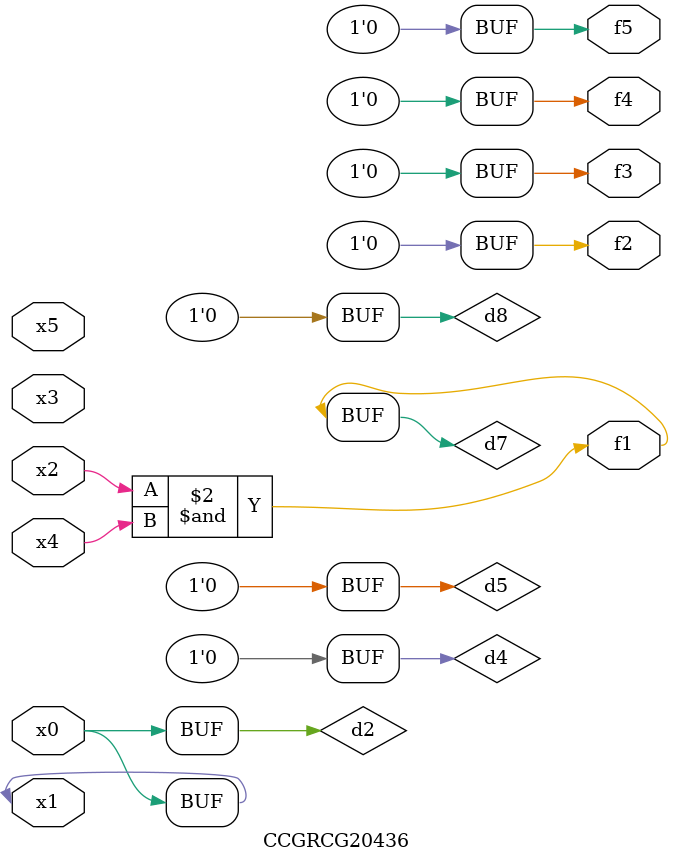
<source format=v>
module CCGRCG20436(
	input x0, x1, x2, x3, x4, x5,
	output f1, f2, f3, f4, f5
);

	wire d1, d2, d3, d4, d5, d6, d7, d8, d9;

	nand (d1, x1);
	buf (d2, x0, x1);
	nand (d3, x2, x4);
	and (d4, d1, d2);
	and (d5, d1, d2);
	nand (d6, d1, d3);
	not (d7, d3);
	xor (d8, d5);
	nor (d9, d5, d6);
	assign f1 = d7;
	assign f2 = d8;
	assign f3 = d8;
	assign f4 = d8;
	assign f5 = d8;
endmodule

</source>
